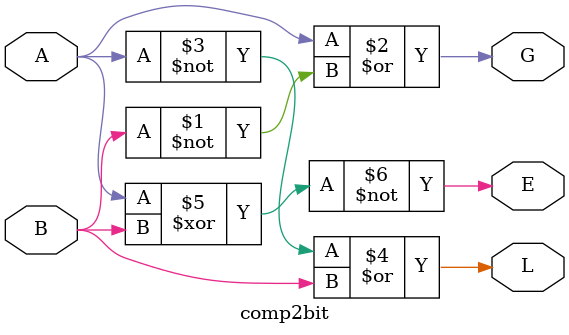
<source format=v>
module comp2bit(input A,B, output G,E,L);
assign G = A |(~B);
assign L= (~A) |B;
assign E = ~(A^B);
endmodule



</source>
